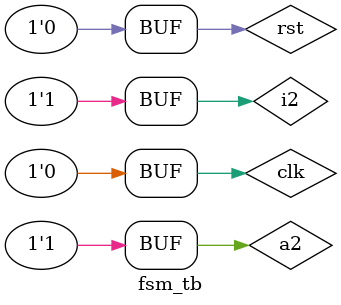
<source format=v>
module fsm (
    input clk, rst,
    input a2, i2,
    output o3, u8, U6, U9
);
    localparam S_C1 = 0;
    localparam S_N7 = 1;
    localparam S_C2 = 2;
    localparam S_G1 = 3;
    localparam S_E0 = 4;

    reg[4:0] st;
    wire[4:0] st_next;

    assign st_next[S_C1] =  ( st[S_C1] & ( i2 & ~a2 ) );
    
    assign st_next[S_N7] =  ( st[S_C1] & ( ~i2 ) ) |
                            ( st[S_G1] );
    
    assign st_next[S_C2] =  ( st[S_C1] & ( i2 & a2 ) ) |
                            ( st[S_N7] & ( i2 | ~a2 ) );
    
    assign st_next[S_G1] =  ( st[S_N7] & ( ~i2 & a2 ) ) |
                            ( st[S_C2] & ( i2 & ~a2) );
    
    assign st_next[S_E0] =  ( st[S_C2] & ( ~i2 | a2 ) ) |
                            ( st[S_E0] );

    assign o3 = st[S_C1] | st[S_C2];
    assign u8 = st[S_C2] | st[S_G1];
    assign U6 = st[S_C2] | st[S_G1] | st[S_E0];
    assign U9 = st[S_C2] | st[S_E0];

    always @ (posedge clk, posedge rst) begin
        if ( rst )  begin
            st <= 0;
            st[S_C1] <= 1;
        end
        else begin
            st <= st_next;
        end
    end

endmodule

module fsm_tb;
    reg clk, rst;
    reg a2, i2;
    wire o3, u8, U6, U9;

    fsm inst( .clk(clk), .rst(rst), .a2(a2), .i2(i2), .o3(o3), .u8(u8), .U6(U6), .U9(U9) );

    initial begin
        $display("time\tclk\trst\ta2\ti2\to3\tu8\tU6\tU9");
        $monitor("%4t\t%b\t%b\t%b\t%b\t%b\t%b\t%b\t%b\t", $time, clk, rst, a2, i2, o3, u8, U6, U9);
    end

    localparam CLK_PERIOD = 100;
    localparam RUNNING_CYCLES = 25;
    initial begin
        clk = 0;
        repeat (2*RUNNING_CYCLES) #(CLK_PERIOD/2) clk = ~clk;
    end

    localparam RST_DURATION = 100;
    initial begin
        rst = 1;
        #RST_DURATION rst = 0;
    end

    initial begin
        i2 = 0;
        #(3 * CLK_PERIOD/2) i2 = 1;
        #(1 * CLK_PERIOD/2) i2 = 0;
        #(7 * CLK_PERIOD/2) i2 = 1;
        #(1 * CLK_PERIOD/2) i2 = 0;
        #(1 * CLK_PERIOD/2) i2 = 1;
        #(7 * CLK_PERIOD/2) i2 = 0;
        #(1 * CLK_PERIOD/2) i2 = 1;
        #(1 * CLK_PERIOD/2) i2 = 0;
        #(2 * CLK_PERIOD/2) i2 = 1;
        #(1 * CLK_PERIOD/2) i2 = 0;
        #(1 * CLK_PERIOD/2) i2 = 1;
        #(4 * CLK_PERIOD/2) i2 = 0;
        #(4 * CLK_PERIOD/2) i2 = 1;
        #(1 * CLK_PERIOD/2) i2 = 0;
        #(2 * CLK_PERIOD/2) i2 = 1;
        #(3 * CLK_PERIOD/2) i2 = 0;
        #(3 * CLK_PERIOD/2) i2 = 1;
        #(3 * CLK_PERIOD/2) i2 = 0;
        #(2 * CLK_PERIOD/2) i2 = 1;
    end

    initial begin
        a2 = 0;
        #(1 * CLK_PERIOD/2) a2 = 1;
        #(1 * CLK_PERIOD/2) a2 = 0;
        #(3 * CLK_PERIOD/2) a2 = 1;
        #(2 * CLK_PERIOD/2) a2 = 0;
        #(1 * CLK_PERIOD/2) a2 = 1;
        #(7 * CLK_PERIOD/2) a2 = 0;
        #(2 * CLK_PERIOD/2) a2 = 1;
        #(1 * CLK_PERIOD/2) a2 = 0;
        #(1 * CLK_PERIOD/2) a2 = 1;
        #(4 * CLK_PERIOD/2) a2 = 0;
        #(2 * CLK_PERIOD/2) a2 = 1;
        #(1 * CLK_PERIOD/2) a2 = 0;
        #(2 * CLK_PERIOD/2) a2 = 1;
        #(2 * CLK_PERIOD/2) a2 = 0;
        #(5 * CLK_PERIOD/2) a2 = 1;
        #(1 * CLK_PERIOD/2) a2 = 0;
        #(2 * CLK_PERIOD/2) a2 = 1;
        #(1 * CLK_PERIOD/2) a2 = 0;
        #(1 * CLK_PERIOD/2) a2 = 1;
        #(1 * CLK_PERIOD/2) a2 = 0;
        #(1 * CLK_PERIOD/2) a2 = 1;
        #(3 * CLK_PERIOD/2) a2 = 0;
        #(1 * CLK_PERIOD/2) a2 = 1;
    end
endmodule
</source>
